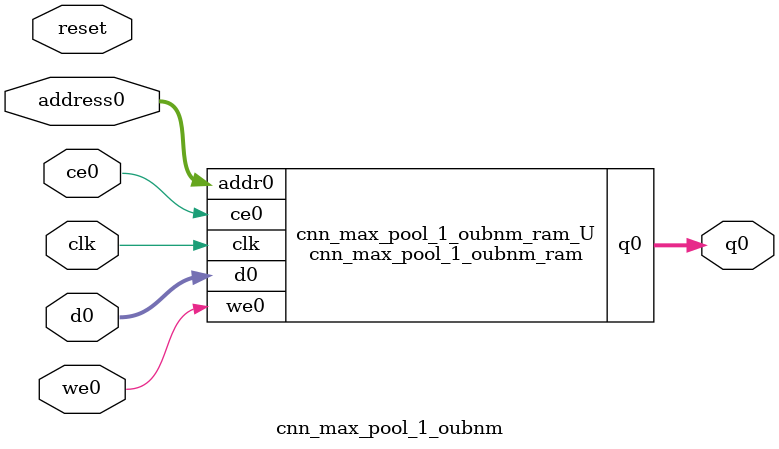
<source format=v>
`timescale 1 ns / 1 ps
module cnn_max_pool_1_oubnm_ram (addr0, ce0, d0, we0, q0,  clk);

parameter DWIDTH = 14;
parameter AWIDTH = 5;
parameter MEM_SIZE = 25;

input[AWIDTH-1:0] addr0;
input ce0;
input[DWIDTH-1:0] d0;
input we0;
output reg[DWIDTH-1:0] q0;
input clk;

(* ram_style = "distributed" *)reg [DWIDTH-1:0] ram[0:MEM_SIZE-1];




always @(posedge clk)  
begin 
    if (ce0) 
    begin
        if (we0) 
        begin 
            ram[addr0] <= d0; 
        end 
        q0 <= ram[addr0];
    end
end


endmodule

`timescale 1 ns / 1 ps
module cnn_max_pool_1_oubnm(
    reset,
    clk,
    address0,
    ce0,
    we0,
    d0,
    q0);

parameter DataWidth = 32'd14;
parameter AddressRange = 32'd25;
parameter AddressWidth = 32'd5;
input reset;
input clk;
input[AddressWidth - 1:0] address0;
input ce0;
input we0;
input[DataWidth - 1:0] d0;
output[DataWidth - 1:0] q0;



cnn_max_pool_1_oubnm_ram cnn_max_pool_1_oubnm_ram_U(
    .clk( clk ),
    .addr0( address0 ),
    .ce0( ce0 ),
    .we0( we0 ),
    .d0( d0 ),
    .q0( q0 ));

endmodule


</source>
